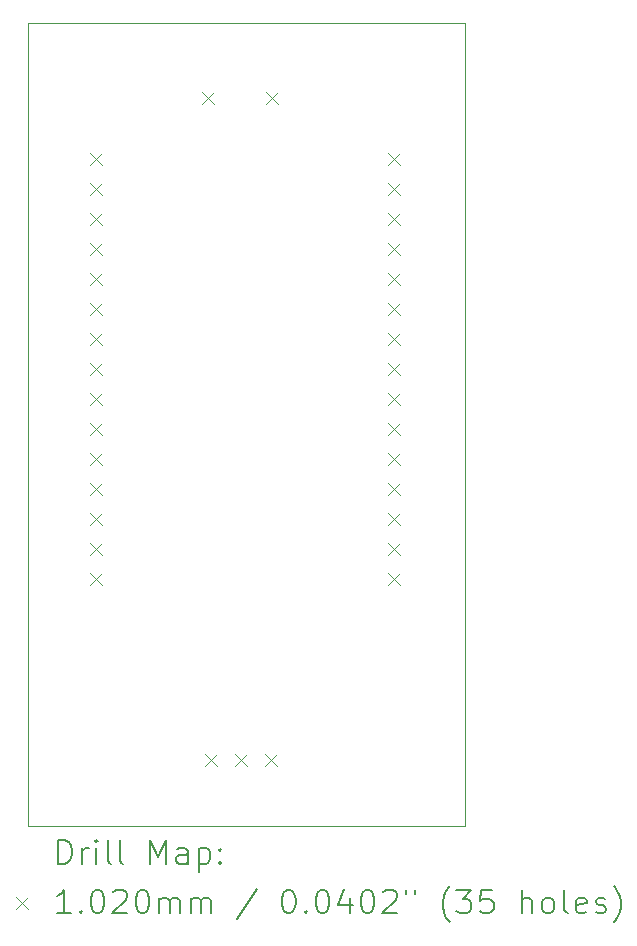
<source format=gbr>
%TF.GenerationSoftware,KiCad,Pcbnew,(6.0.11-0)*%
%TF.CreationDate,2024-10-21T12:15:03+07:00*%
%TF.ProjectId,1,312e6b69-6361-4645-9f70-636258585858,rev?*%
%TF.SameCoordinates,Original*%
%TF.FileFunction,Drillmap*%
%TF.FilePolarity,Positive*%
%FSLAX45Y45*%
G04 Gerber Fmt 4.5, Leading zero omitted, Abs format (unit mm)*
G04 Created by KiCad (PCBNEW (6.0.11-0)) date 2024-10-21 12:15:03*
%MOMM*%
%LPD*%
G01*
G04 APERTURE LIST*
%ADD10C,0.100000*%
%ADD11C,0.200000*%
%ADD12C,0.102000*%
G04 APERTURE END LIST*
D10*
X10400000Y-2700000D02*
X10400000Y-9500000D01*
X10400000Y-9500000D02*
X14100000Y-9500000D01*
X14100000Y-9500000D02*
X14100000Y-2700000D01*
X14100000Y-2700000D02*
X10400000Y-2700000D01*
D11*
D12*
X10919000Y-3800000D02*
X11021000Y-3902000D01*
X11021000Y-3800000D02*
X10919000Y-3902000D01*
X10919000Y-4054000D02*
X11021000Y-4156000D01*
X11021000Y-4054000D02*
X10919000Y-4156000D01*
X10919000Y-4308000D02*
X11021000Y-4410000D01*
X11021000Y-4308000D02*
X10919000Y-4410000D01*
X10919000Y-4562000D02*
X11021000Y-4664000D01*
X11021000Y-4562000D02*
X10919000Y-4664000D01*
X10919000Y-4816000D02*
X11021000Y-4918000D01*
X11021000Y-4816000D02*
X10919000Y-4918000D01*
X10919000Y-5070000D02*
X11021000Y-5172000D01*
X11021000Y-5070000D02*
X10919000Y-5172000D01*
X10919000Y-5324000D02*
X11021000Y-5426000D01*
X11021000Y-5324000D02*
X10919000Y-5426000D01*
X10919000Y-5578000D02*
X11021000Y-5680000D01*
X11021000Y-5578000D02*
X10919000Y-5680000D01*
X10919000Y-5832000D02*
X11021000Y-5934000D01*
X11021000Y-5832000D02*
X10919000Y-5934000D01*
X10919000Y-6086000D02*
X11021000Y-6188000D01*
X11021000Y-6086000D02*
X10919000Y-6188000D01*
X10919000Y-6340000D02*
X11021000Y-6442000D01*
X11021000Y-6340000D02*
X10919000Y-6442000D01*
X10919000Y-6594000D02*
X11021000Y-6696000D01*
X11021000Y-6594000D02*
X10919000Y-6696000D01*
X10919000Y-6848000D02*
X11021000Y-6950000D01*
X11021000Y-6848000D02*
X10919000Y-6950000D01*
X10919000Y-7102000D02*
X11021000Y-7204000D01*
X11021000Y-7102000D02*
X10919000Y-7204000D01*
X10919000Y-7356000D02*
X11021000Y-7458000D01*
X11021000Y-7356000D02*
X10919000Y-7458000D01*
X11868000Y-3279000D02*
X11970000Y-3381000D01*
X11970000Y-3279000D02*
X11868000Y-3381000D01*
X11891000Y-8883000D02*
X11993000Y-8985000D01*
X11993000Y-8883000D02*
X11891000Y-8985000D01*
X12145000Y-8883000D02*
X12247000Y-8985000D01*
X12247000Y-8883000D02*
X12145000Y-8985000D01*
X12399000Y-8883000D02*
X12501000Y-8985000D01*
X12501000Y-8883000D02*
X12399000Y-8985000D01*
X12408000Y-3279000D02*
X12510000Y-3381000D01*
X12510000Y-3279000D02*
X12408000Y-3381000D01*
X13444000Y-3800000D02*
X13546000Y-3902000D01*
X13546000Y-3800000D02*
X13444000Y-3902000D01*
X13444000Y-4054000D02*
X13546000Y-4156000D01*
X13546000Y-4054000D02*
X13444000Y-4156000D01*
X13444000Y-4308000D02*
X13546000Y-4410000D01*
X13546000Y-4308000D02*
X13444000Y-4410000D01*
X13444000Y-4562000D02*
X13546000Y-4664000D01*
X13546000Y-4562000D02*
X13444000Y-4664000D01*
X13444000Y-4816000D02*
X13546000Y-4918000D01*
X13546000Y-4816000D02*
X13444000Y-4918000D01*
X13444000Y-5070000D02*
X13546000Y-5172000D01*
X13546000Y-5070000D02*
X13444000Y-5172000D01*
X13444000Y-5324000D02*
X13546000Y-5426000D01*
X13546000Y-5324000D02*
X13444000Y-5426000D01*
X13444000Y-5578000D02*
X13546000Y-5680000D01*
X13546000Y-5578000D02*
X13444000Y-5680000D01*
X13444000Y-5832000D02*
X13546000Y-5934000D01*
X13546000Y-5832000D02*
X13444000Y-5934000D01*
X13444000Y-6086000D02*
X13546000Y-6188000D01*
X13546000Y-6086000D02*
X13444000Y-6188000D01*
X13444000Y-6340000D02*
X13546000Y-6442000D01*
X13546000Y-6340000D02*
X13444000Y-6442000D01*
X13444000Y-6594000D02*
X13546000Y-6696000D01*
X13546000Y-6594000D02*
X13444000Y-6696000D01*
X13444000Y-6848000D02*
X13546000Y-6950000D01*
X13546000Y-6848000D02*
X13444000Y-6950000D01*
X13444000Y-7102000D02*
X13546000Y-7204000D01*
X13546000Y-7102000D02*
X13444000Y-7204000D01*
X13444000Y-7356000D02*
X13546000Y-7458000D01*
X13546000Y-7356000D02*
X13444000Y-7458000D01*
D11*
X10652619Y-9815476D02*
X10652619Y-9615476D01*
X10700238Y-9615476D01*
X10728810Y-9625000D01*
X10747857Y-9644048D01*
X10757381Y-9663095D01*
X10766905Y-9701190D01*
X10766905Y-9729762D01*
X10757381Y-9767857D01*
X10747857Y-9786905D01*
X10728810Y-9805952D01*
X10700238Y-9815476D01*
X10652619Y-9815476D01*
X10852619Y-9815476D02*
X10852619Y-9682143D01*
X10852619Y-9720238D02*
X10862143Y-9701190D01*
X10871667Y-9691667D01*
X10890714Y-9682143D01*
X10909762Y-9682143D01*
X10976429Y-9815476D02*
X10976429Y-9682143D01*
X10976429Y-9615476D02*
X10966905Y-9625000D01*
X10976429Y-9634524D01*
X10985952Y-9625000D01*
X10976429Y-9615476D01*
X10976429Y-9634524D01*
X11100238Y-9815476D02*
X11081190Y-9805952D01*
X11071667Y-9786905D01*
X11071667Y-9615476D01*
X11205000Y-9815476D02*
X11185952Y-9805952D01*
X11176429Y-9786905D01*
X11176429Y-9615476D01*
X11433571Y-9815476D02*
X11433571Y-9615476D01*
X11500238Y-9758333D01*
X11566905Y-9615476D01*
X11566905Y-9815476D01*
X11747857Y-9815476D02*
X11747857Y-9710714D01*
X11738333Y-9691667D01*
X11719286Y-9682143D01*
X11681190Y-9682143D01*
X11662143Y-9691667D01*
X11747857Y-9805952D02*
X11728809Y-9815476D01*
X11681190Y-9815476D01*
X11662143Y-9805952D01*
X11652619Y-9786905D01*
X11652619Y-9767857D01*
X11662143Y-9748810D01*
X11681190Y-9739286D01*
X11728809Y-9739286D01*
X11747857Y-9729762D01*
X11843095Y-9682143D02*
X11843095Y-9882143D01*
X11843095Y-9691667D02*
X11862143Y-9682143D01*
X11900238Y-9682143D01*
X11919286Y-9691667D01*
X11928809Y-9701190D01*
X11938333Y-9720238D01*
X11938333Y-9777381D01*
X11928809Y-9796429D01*
X11919286Y-9805952D01*
X11900238Y-9815476D01*
X11862143Y-9815476D01*
X11843095Y-9805952D01*
X12024048Y-9796429D02*
X12033571Y-9805952D01*
X12024048Y-9815476D01*
X12014524Y-9805952D01*
X12024048Y-9796429D01*
X12024048Y-9815476D01*
X12024048Y-9691667D02*
X12033571Y-9701190D01*
X12024048Y-9710714D01*
X12014524Y-9701190D01*
X12024048Y-9691667D01*
X12024048Y-9710714D01*
D12*
X10293000Y-10094000D02*
X10395000Y-10196000D01*
X10395000Y-10094000D02*
X10293000Y-10196000D01*
D11*
X10757381Y-10235476D02*
X10643095Y-10235476D01*
X10700238Y-10235476D02*
X10700238Y-10035476D01*
X10681190Y-10064048D01*
X10662143Y-10083095D01*
X10643095Y-10092619D01*
X10843095Y-10216429D02*
X10852619Y-10225952D01*
X10843095Y-10235476D01*
X10833571Y-10225952D01*
X10843095Y-10216429D01*
X10843095Y-10235476D01*
X10976429Y-10035476D02*
X10995476Y-10035476D01*
X11014524Y-10045000D01*
X11024048Y-10054524D01*
X11033571Y-10073571D01*
X11043095Y-10111667D01*
X11043095Y-10159286D01*
X11033571Y-10197381D01*
X11024048Y-10216429D01*
X11014524Y-10225952D01*
X10995476Y-10235476D01*
X10976429Y-10235476D01*
X10957381Y-10225952D01*
X10947857Y-10216429D01*
X10938333Y-10197381D01*
X10928810Y-10159286D01*
X10928810Y-10111667D01*
X10938333Y-10073571D01*
X10947857Y-10054524D01*
X10957381Y-10045000D01*
X10976429Y-10035476D01*
X11119286Y-10054524D02*
X11128810Y-10045000D01*
X11147857Y-10035476D01*
X11195476Y-10035476D01*
X11214524Y-10045000D01*
X11224048Y-10054524D01*
X11233571Y-10073571D01*
X11233571Y-10092619D01*
X11224048Y-10121190D01*
X11109762Y-10235476D01*
X11233571Y-10235476D01*
X11357381Y-10035476D02*
X11376428Y-10035476D01*
X11395476Y-10045000D01*
X11405000Y-10054524D01*
X11414524Y-10073571D01*
X11424048Y-10111667D01*
X11424048Y-10159286D01*
X11414524Y-10197381D01*
X11405000Y-10216429D01*
X11395476Y-10225952D01*
X11376428Y-10235476D01*
X11357381Y-10235476D01*
X11338333Y-10225952D01*
X11328809Y-10216429D01*
X11319286Y-10197381D01*
X11309762Y-10159286D01*
X11309762Y-10111667D01*
X11319286Y-10073571D01*
X11328809Y-10054524D01*
X11338333Y-10045000D01*
X11357381Y-10035476D01*
X11509762Y-10235476D02*
X11509762Y-10102143D01*
X11509762Y-10121190D02*
X11519286Y-10111667D01*
X11538333Y-10102143D01*
X11566905Y-10102143D01*
X11585952Y-10111667D01*
X11595476Y-10130714D01*
X11595476Y-10235476D01*
X11595476Y-10130714D02*
X11605000Y-10111667D01*
X11624048Y-10102143D01*
X11652619Y-10102143D01*
X11671667Y-10111667D01*
X11681190Y-10130714D01*
X11681190Y-10235476D01*
X11776428Y-10235476D02*
X11776428Y-10102143D01*
X11776428Y-10121190D02*
X11785952Y-10111667D01*
X11805000Y-10102143D01*
X11833571Y-10102143D01*
X11852619Y-10111667D01*
X11862143Y-10130714D01*
X11862143Y-10235476D01*
X11862143Y-10130714D02*
X11871667Y-10111667D01*
X11890714Y-10102143D01*
X11919286Y-10102143D01*
X11938333Y-10111667D01*
X11947857Y-10130714D01*
X11947857Y-10235476D01*
X12338333Y-10025952D02*
X12166905Y-10283095D01*
X12595476Y-10035476D02*
X12614524Y-10035476D01*
X12633571Y-10045000D01*
X12643095Y-10054524D01*
X12652619Y-10073571D01*
X12662143Y-10111667D01*
X12662143Y-10159286D01*
X12652619Y-10197381D01*
X12643095Y-10216429D01*
X12633571Y-10225952D01*
X12614524Y-10235476D01*
X12595476Y-10235476D01*
X12576428Y-10225952D01*
X12566905Y-10216429D01*
X12557381Y-10197381D01*
X12547857Y-10159286D01*
X12547857Y-10111667D01*
X12557381Y-10073571D01*
X12566905Y-10054524D01*
X12576428Y-10045000D01*
X12595476Y-10035476D01*
X12747857Y-10216429D02*
X12757381Y-10225952D01*
X12747857Y-10235476D01*
X12738333Y-10225952D01*
X12747857Y-10216429D01*
X12747857Y-10235476D01*
X12881190Y-10035476D02*
X12900238Y-10035476D01*
X12919286Y-10045000D01*
X12928809Y-10054524D01*
X12938333Y-10073571D01*
X12947857Y-10111667D01*
X12947857Y-10159286D01*
X12938333Y-10197381D01*
X12928809Y-10216429D01*
X12919286Y-10225952D01*
X12900238Y-10235476D01*
X12881190Y-10235476D01*
X12862143Y-10225952D01*
X12852619Y-10216429D01*
X12843095Y-10197381D01*
X12833571Y-10159286D01*
X12833571Y-10111667D01*
X12843095Y-10073571D01*
X12852619Y-10054524D01*
X12862143Y-10045000D01*
X12881190Y-10035476D01*
X13119286Y-10102143D02*
X13119286Y-10235476D01*
X13071667Y-10025952D02*
X13024048Y-10168810D01*
X13147857Y-10168810D01*
X13262143Y-10035476D02*
X13281190Y-10035476D01*
X13300238Y-10045000D01*
X13309762Y-10054524D01*
X13319286Y-10073571D01*
X13328809Y-10111667D01*
X13328809Y-10159286D01*
X13319286Y-10197381D01*
X13309762Y-10216429D01*
X13300238Y-10225952D01*
X13281190Y-10235476D01*
X13262143Y-10235476D01*
X13243095Y-10225952D01*
X13233571Y-10216429D01*
X13224048Y-10197381D01*
X13214524Y-10159286D01*
X13214524Y-10111667D01*
X13224048Y-10073571D01*
X13233571Y-10054524D01*
X13243095Y-10045000D01*
X13262143Y-10035476D01*
X13405000Y-10054524D02*
X13414524Y-10045000D01*
X13433571Y-10035476D01*
X13481190Y-10035476D01*
X13500238Y-10045000D01*
X13509762Y-10054524D01*
X13519286Y-10073571D01*
X13519286Y-10092619D01*
X13509762Y-10121190D01*
X13395476Y-10235476D01*
X13519286Y-10235476D01*
X13595476Y-10035476D02*
X13595476Y-10073571D01*
X13671667Y-10035476D02*
X13671667Y-10073571D01*
X13966905Y-10311667D02*
X13957381Y-10302143D01*
X13938333Y-10273571D01*
X13928809Y-10254524D01*
X13919286Y-10225952D01*
X13909762Y-10178333D01*
X13909762Y-10140238D01*
X13919286Y-10092619D01*
X13928809Y-10064048D01*
X13938333Y-10045000D01*
X13957381Y-10016429D01*
X13966905Y-10006905D01*
X14024048Y-10035476D02*
X14147857Y-10035476D01*
X14081190Y-10111667D01*
X14109762Y-10111667D01*
X14128809Y-10121190D01*
X14138333Y-10130714D01*
X14147857Y-10149762D01*
X14147857Y-10197381D01*
X14138333Y-10216429D01*
X14128809Y-10225952D01*
X14109762Y-10235476D01*
X14052619Y-10235476D01*
X14033571Y-10225952D01*
X14024048Y-10216429D01*
X14328809Y-10035476D02*
X14233571Y-10035476D01*
X14224048Y-10130714D01*
X14233571Y-10121190D01*
X14252619Y-10111667D01*
X14300238Y-10111667D01*
X14319286Y-10121190D01*
X14328809Y-10130714D01*
X14338333Y-10149762D01*
X14338333Y-10197381D01*
X14328809Y-10216429D01*
X14319286Y-10225952D01*
X14300238Y-10235476D01*
X14252619Y-10235476D01*
X14233571Y-10225952D01*
X14224048Y-10216429D01*
X14576428Y-10235476D02*
X14576428Y-10035476D01*
X14662143Y-10235476D02*
X14662143Y-10130714D01*
X14652619Y-10111667D01*
X14633571Y-10102143D01*
X14605000Y-10102143D01*
X14585952Y-10111667D01*
X14576428Y-10121190D01*
X14785952Y-10235476D02*
X14766905Y-10225952D01*
X14757381Y-10216429D01*
X14747857Y-10197381D01*
X14747857Y-10140238D01*
X14757381Y-10121190D01*
X14766905Y-10111667D01*
X14785952Y-10102143D01*
X14814524Y-10102143D01*
X14833571Y-10111667D01*
X14843095Y-10121190D01*
X14852619Y-10140238D01*
X14852619Y-10197381D01*
X14843095Y-10216429D01*
X14833571Y-10225952D01*
X14814524Y-10235476D01*
X14785952Y-10235476D01*
X14966905Y-10235476D02*
X14947857Y-10225952D01*
X14938333Y-10206905D01*
X14938333Y-10035476D01*
X15119286Y-10225952D02*
X15100238Y-10235476D01*
X15062143Y-10235476D01*
X15043095Y-10225952D01*
X15033571Y-10206905D01*
X15033571Y-10130714D01*
X15043095Y-10111667D01*
X15062143Y-10102143D01*
X15100238Y-10102143D01*
X15119286Y-10111667D01*
X15128809Y-10130714D01*
X15128809Y-10149762D01*
X15033571Y-10168810D01*
X15205000Y-10225952D02*
X15224048Y-10235476D01*
X15262143Y-10235476D01*
X15281190Y-10225952D01*
X15290714Y-10206905D01*
X15290714Y-10197381D01*
X15281190Y-10178333D01*
X15262143Y-10168810D01*
X15233571Y-10168810D01*
X15214524Y-10159286D01*
X15205000Y-10140238D01*
X15205000Y-10130714D01*
X15214524Y-10111667D01*
X15233571Y-10102143D01*
X15262143Y-10102143D01*
X15281190Y-10111667D01*
X15357381Y-10311667D02*
X15366905Y-10302143D01*
X15385952Y-10273571D01*
X15395476Y-10254524D01*
X15405000Y-10225952D01*
X15414524Y-10178333D01*
X15414524Y-10140238D01*
X15405000Y-10092619D01*
X15395476Y-10064048D01*
X15385952Y-10045000D01*
X15366905Y-10016429D01*
X15357381Y-10006905D01*
M02*

</source>
